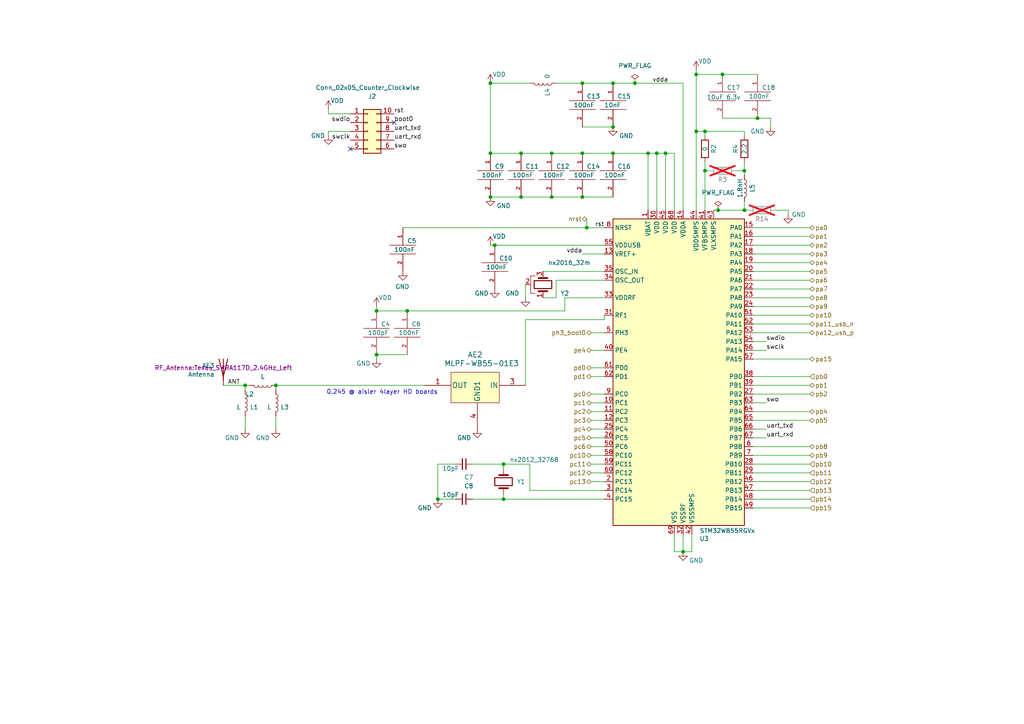
<source format=kicad_sch>
(kicad_sch (version 20231120) (generator "eeschema") (generator_version "8.0")
  (paper "A4")
  (title_block (date "2024-10-14") (rev "1.0.0") (company "ws"))
  (lib_symbols
    (symbol "Connector_Generic:Conn_02x05_Counter_Clockwise" (pin_names (offset 1.016) hide)
      (property "Reference" "J" (at 1.27 7.62 0))
      (property "Value" "Conn_02x05_Counter_Clockwise" (at 1.27 -7.62 0))
      (symbol "Conn_02x05_Counter_Clockwise_1_1"
        (rectangle (start -1.27 -4.953) (end 0 -5.207) (stroke (width 0.1524)))
        (rectangle (start -1.27 -2.413) (end 0 -2.667) (stroke (width 0.1524)))
        (rectangle (start -1.27 0.127) (end 0 -0.127) (stroke (width 0.1524)))
        (rectangle (start -1.27 2.667) (end 0 2.413) (stroke (width 0.1524)))
        (rectangle (start -1.27 5.207) (end 0 4.953) (stroke (width 0.1524)))
        (rectangle (start -1.27 6.35) (end 3.81 -6.35) (stroke (width 0.254)) (fill (type background)))
        (rectangle (start 3.81 -4.953) (end 2.54 -5.207) (stroke (width 0.1524)))
        (rectangle (start 3.81 -2.413) (end 2.54 -2.667) (stroke (width 0.1524)))
        (rectangle (start 3.81 0.127) (end 2.54 -0.127) (stroke (width 0.1524)))
        (rectangle (start 3.81 2.667) (end 2.54 2.413) (stroke (width 0.1524)))
        (rectangle (start 3.81 5.207) (end 2.54 4.953) (stroke (width 0.1524)))
        (pin passive line (at -5.08 5.08 0) (length 3.81) (name "Pin_1") (number "1"))
        (pin passive line (at 7.62 5.08 180) (length 3.81) (name "Pin_10") (number "10"))
        (pin passive line (at -5.08 2.54 0) (length 3.81) (name "Pin_2") (number "2"))
        (pin passive line (at -5.08 0 0) (length 3.81) (name "Pin_3") (number "3"))
        (pin passive line (at -5.08 -2.54 0) (length 3.81) (name "Pin_4") (number "4"))
        (pin passive line (at -5.08 -5.08 0) (length 3.81) (name "Pin_5") (number "5"))
        (pin passive line (at 7.62 -5.08 180) (length 3.81) (name "Pin_6") (number "6"))
        (pin passive line (at 7.62 -2.54 180) (length 3.81) (name "Pin_7") (number "7"))
        (pin passive line (at 7.62 0 180) (length 3.81) (name "Pin_8") (number "8"))
        (pin passive line (at 7.62 2.54 180) (length 3.81) (name "Pin_9") (number "9"))
      )
    )
    (symbol "Device:Antenna" (pin_numbers hide) (pin_names (offset 1.016) hide)
      (property "Reference" "AE" (at -1.905 1.905 0))
      (property "Value" "Antenna" (at -1.905 0 0))
      (symbol "Antenna_0_1"
        (polyline (pts (xy 0 2.54) (xy 0 -3.81)) (stroke (width 0.254)))
        (polyline (pts (xy 1.27 2.54) (xy 0 -2.54) (xy -1.27 2.54)) (stroke (width 0.254)))
      )
      (symbol "Antenna_1_1"
        (pin input line (at 0 -5.08 90) (length 2.54) (name "A") (number "1"))
      )
    )
    (symbol "Device:C_Small" (pin_numbers hide) (pin_names (offset 0.254) hide)
      (property "Reference" "C" (at 0.254 1.778 0))
      (property "Value" "C_Small" (at 0.254 -2.032 0))
      (symbol "C_Small_0_1"
        (polyline (pts (xy -1.524 -0.508) (xy 1.524 -0.508)) (stroke (width 0.3302)))
        (polyline (pts (xy -1.524 0.508) (xy 1.524 0.508)) (stroke (width 0.3048)))
      )
      (symbol "C_Small_1_1"
        (pin passive line (at 0 2.54 270) (length 2.032) (name "~") (number "1"))
        (pin passive line (at 0 -2.54 90) (length 2.032) (name "~") (number "2"))
      )
    )
    (symbol "Device:Crystal" (pin_numbers hide) (pin_names (offset 1.016) hide)
      (property "Reference" "Y" (at 0 3.81 0))
      (property "Value" "Crystal" (at 0 -3.81 0))
      (symbol "Crystal_0_1"
        (rectangle (start -1.143 2.54) (end 1.143 -2.54) (stroke (width 0.3048)))
        (polyline (pts (xy -2.54 0) (xy -1.905 0)))
        (polyline (pts (xy -1.905 -1.27) (xy -1.905 1.27)) (stroke (width 0.508)))
        (polyline (pts (xy 1.905 -1.27) (xy 1.905 1.27)) (stroke (width 0.508)))
        (polyline (pts (xy 2.54 0) (xy 1.905 0)))
      )
      (symbol "Crystal_1_1"
        (pin passive line (at -3.81 0 0) (length 1.27) (name "1") (number "1"))
        (pin passive line (at 3.81 0 180) (length 1.27) (name "2") (number "2"))
      )
    )
    (symbol "Device:Crystal_GND2" (pin_names (offset 1.016) hide)
      (property "Reference" "Y" (at 0 5.715 0))
      (property "Value" "Crystal_GND2" (at 0 3.81 0))
      (symbol "Crystal_GND2_0_1"
        (rectangle (start -1.143 2.54) (end 1.143 -2.54) (stroke (width 0.3048)))
        (polyline (pts (xy -2.54 0) (xy -1.905 0)))
        (polyline (pts (xy -1.905 -1.27) (xy -1.905 1.27)) (stroke (width 0.508)))
        (polyline (pts (xy 0 -3.81) (xy 0 -3.556)))
        (polyline (pts (xy 1.905 0) (xy 2.54 0)))
        (polyline (pts (xy 1.905 1.27) (xy 1.905 -1.27)) (stroke (width 0.508)))
        (polyline (pts (xy -2.54 -2.286) (xy -2.54 -3.556) (xy 2.54 -3.556) (xy 2.54 -2.286)))
      )
      (symbol "Crystal_GND2_1_1"
        (pin passive line (at -3.81 0 0) (length 1.27) (name "1") (number "1"))
        (pin passive line (at 0 -5.08 90) (length 1.27) (name "2") (number "2"))
        (pin passive line (at 3.81 0 180) (length 1.27) (name "3") (number "3"))
      )
    )
    (symbol "Device:L" (pin_numbers hide) (pin_names (offset 1.016) hide)
      (property "Reference" "L" (at -1.27 0 90))
      (property "Value" "L" (at 1.905 0 90))
      (symbol "L_0_1"
        (arc (start 0 -2.54) (mid 0.6323 -1.905) (end 0 -1.27))
        (arc (start 0 -1.27) (mid 0.6323 -0.635) (end 0 0))
        (arc (start 0 0) (mid 0.6323 0.635) (end 0 1.27))
        (arc (start 0 1.27) (mid 0.6323 1.905) (end 0 2.54))
      )
      (symbol "L_1_1"
        (pin passive line (at 0 3.81 270) (length 1.27) (name "1") (number "1"))
        (pin passive line (at 0 -3.81 90) (length 1.27) (name "2") (number "2"))
      )
    )
    (symbol "Device:R" (pin_numbers hide) (pin_names (offset 0))
      (property "Reference" "R" (at 2.032 0 90))
      (property "Value" "R" (at 0 0 90))
      (symbol "R_0_1"
        (rectangle (start -1.016 -2.54) (end 1.016 2.54) (stroke (width 0.254)))
      )
      (symbol "R_1_1"
        (pin passive line (at 0 3.81 270) (length 1.27) (name "~") (number "1"))
        (pin passive line (at 0 -3.81 90) (length 1.27) (name "~") (number "2"))
      )
    )
    (symbol "MCU_ST_STM32WB:STM32WB55RGVx"
      (property "Reference" "U10" (at 7.2741 -46.99 0))
      (property "Value" "STM32WB55RGVx" (at 7.2741 -48.26 0))
      (symbol "STM32WB55RGVx_0_1"
        (rectangle (start -17.78 45.72) (end 20.32 -43.18) (stroke (width 0.254)) (fill (type background)))
      )
      (symbol "STM32WB55RGVx_1_1"
        (pin power_in line (at -7.62 48.26 270) (length 2.54) (name "VBAT") (number "1"))
        (pin bidirectional line (at -20.32 -7.62 0) (length 2.54) (name "PC1") (number "10"))
        (pin bidirectional line (at -20.32 -10.16 0) (length 2.54) (name "PC2") (number "11"))
        (pin bidirectional line (at -20.32 -12.7 0) (length 2.54) (name "PC3") (number "12"))
        (pin input line (at -20.32 35.56 0) (length 2.54) (name "VREF+") (number "13"))
        (pin power_in line (at 2.54 48.26 270) (length 2.54) (name "VDDA") (number "14"))
        (pin bidirectional line (at 22.86 43.18 180) (length 2.54) (name "PA0") (number "15"))
        (pin bidirectional line (at 22.86 40.64 180) (length 2.54) (name "PA1") (number "16"))
        (pin bidirectional line (at 22.86 38.1 180) (length 2.54) (name "PA2") (number "17"))
        (pin bidirectional line (at 22.86 35.56 180) (length 2.54) (name "PA3") (number "18"))
        (pin bidirectional line (at 22.86 33.02 180) (length 2.54) (name "PA4") (number "19"))
        (pin bidirectional line (at -20.32 -30.48 0) (length 2.54) (name "PC13") (number "2"))
        (pin bidirectional line (at 22.86 30.48 180) (length 2.54) (name "PA5") (number "20"))
        (pin bidirectional line (at 22.86 27.94 180) (length 2.54) (name "PA6") (number "21"))
        (pin bidirectional line (at 22.86 25.4 180) (length 2.54) (name "PA7") (number "22"))
        (pin bidirectional line (at 22.86 22.86 180) (length 2.54) (name "PA8") (number "23"))
        (pin bidirectional line (at 22.86 20.32 180) (length 2.54) (name "PA9") (number "24"))
        (pin bidirectional line (at -20.32 -15.24 0) (length 2.54) (name "PC4") (number "25"))
        (pin bidirectional line (at -20.32 -17.78 0) (length 2.54) (name "PC5") (number "26"))
        (pin bidirectional line (at 22.86 -5.08 180) (length 2.54) (name "PB2") (number "27"))
        (pin bidirectional line (at 22.86 -25.4 180) (length 2.54) (name "PB10") (number "28"))
        (pin bidirectional line (at 22.86 -27.94 180) (length 2.54) (name "PB11") (number "29"))
        (pin bidirectional line (at -20.32 -33.02 0) (length 2.54) (name "PC14") (number "3"))
        (pin power_in line (at -5.08 48.26 270) (length 2.54) (name "VDD") (number "30"))
        (pin bidirectional line (at -20.32 17.78 0) (length 2.54) (name "RF1") (number "31"))
        (pin power_in line (at 2.54 -45.72 90) (length 2.54) (name "VSSRF") (number "32"))
        (pin power_in line (at -20.32 22.86 0) (length 2.54) (name "VDDRF") (number "33"))
        (pin input line (at -20.32 27.94 0) (length 2.54) (name "OSC_OUT") (number "34"))
        (pin input line (at -20.32 30.48 0) (length 2.54) (name "OSC_IN") (number "35"))
        (pin no_connect line (at -17.78 -43.18 0) (length 2.54) hide (name "AT0") (number "36"))
        (pin no_connect line (at -17.78 -40.64 0) (length 2.54) hide (name "AT1") (number "37"))
        (pin bidirectional line (at 22.86 0 180) (length 2.54) (name "PB0") (number "38"))
        (pin bidirectional line (at 22.86 -2.54 180) (length 2.54) (name "PB1") (number "39"))
        (pin bidirectional line (at -20.32 -35.56 0) (length 2.54) (name "PC15") (number "4"))
        (pin bidirectional line (at -20.32 7.62 0) (length 2.54) (name "PE4") (number "40"))
        (pin input line (at 8.89 48.26 270) (length 2.54) (name "VFBSMPS") (number "41"))
        (pin power_in line (at 5.08 -45.72 90) (length 2.54) (name "VSSSMPS") (number "42"))
        (pin power_in line (at 11.43 48.26 270) (length 2.54) (name "VLXSMPS") (number "43"))
        (pin power_in line (at 6.35 48.26 270) (length 2.54) (name "VDDSMPS") (number "44"))
        (pin power_in line (at -2.54 48.26 270) (length 2.54) (name "VDD") (number "45"))
        (pin bidirectional line (at 22.86 -30.48 180) (length 2.54) (name "PB12") (number "46"))
        (pin bidirectional line (at 22.86 -33.02 180) (length 2.54) (name "PB13") (number "47"))
        (pin bidirectional line (at 22.86 -35.56 180) (length 2.54) (name "PB14") (number "48"))
        (pin bidirectional line (at 22.86 -38.1 180) (length 2.54) (name "PB15") (number "49"))
        (pin bidirectional line (at -20.32 12.7 0) (length 2.54) (name "PH3") (number "5"))
        (pin bidirectional line (at -20.32 -20.32 0) (length 2.54) (name "PC6") (number "50"))
        (pin bidirectional line (at 22.86 17.78 180) (length 2.54) (name "PA10") (number "51"))
        (pin bidirectional line (at 22.86 15.24 180) (length 2.54) (name "PA11") (number "52"))
        (pin bidirectional line (at 22.86 12.7 180) (length 2.54) (name "PA12") (number "53"))
        (pin bidirectional line (at 22.86 10.16 180) (length 2.54) (name "PA13") (number "54"))
        (pin power_in line (at -20.32 38.1 0) (length 2.54) (name "VDDUSB") (number "55"))
        (pin bidirectional line (at 22.86 7.62 180) (length 2.54) (name "PA14") (number "56"))
        (pin bidirectional line (at 22.86 5.08 180) (length 2.54) (name "PA15") (number "57"))
        (pin bidirectional line (at -20.32 -22.86 0) (length 2.54) (name "PC10") (number "58"))
        (pin bidirectional line (at -20.32 -25.4 0) (length 2.54) (name "PC11") (number "59"))
        (pin bidirectional line (at 22.86 -20.32 180) (length 2.54) (name "PB8") (number "6"))
        (pin bidirectional line (at -20.32 -27.94 0) (length 2.54) (name "PC12") (number "60"))
        (pin bidirectional line (at -20.32 2.54 0) (length 2.54) (name "PD0") (number "61"))
        (pin bidirectional line (at -20.32 0 0) (length 2.54) (name "PD1") (number "62"))
        (pin bidirectional line (at 22.86 -7.62 180) (length 2.54) (name "PB3") (number "63"))
        (pin bidirectional line (at 22.86 -10.16 180) (length 2.54) (name "PB4") (number "64"))
        (pin bidirectional line (at 22.86 -12.7 180) (length 2.54) (name "PB5") (number "65"))
        (pin bidirectional line (at 22.86 -15.24 180) (length 2.54) (name "PB6") (number "66"))
        (pin bidirectional line (at 22.86 -17.78 180) (length 2.54) (name "PB7") (number "67"))
        (pin power_in line (at 0 48.26 270) (length 2.54) (name "VDD") (number "68"))
        (pin power_in line (at 0 -45.72 90) (length 2.54) (name "VSS") (number "69"))
        (pin bidirectional line (at 22.86 -22.86 180) (length 2.54) (name "PB9") (number "7"))
        (pin input line (at -20.32 43.18 0) (length 2.54) (name "NRST") (number "8"))
        (pin bidirectional line (at -20.32 -5.08 0) (length 2.54) (name "PC0") (number "9"))
      )
    )
    (symbol "power:GND" (power) (pin_names (offset 0))
      (property "Value" "GND" (at 0 -3.81 0))
      (symbol "GND_0_1"
        (polyline (pts (xy 0 0) (xy 0 -1.27) (xy 1.27 -1.27) (xy 0 -2.54) (xy -1.27 -1.27) (xy 0 -1.27)))
      )
      (symbol "GND_1_1"
        (pin power_in line (at 0 0 270) (length 0) hide (name "GND") (number "1"))
      )
    )
    (symbol "power:PWR_FLAG" (power) (pin_numbers hide) (pin_names (offset 0) hide)
      (property "Value" "PWR_FLAG" (at 0 3.81 0))
      (symbol "PWR_FLAG_0_0"
        (pin power_out line (at 0 0 90) (length 0) (name "~") (number "1"))
      )
      (symbol "PWR_FLAG_0_1"
        (polyline (pts (xy 0 0) (xy 0 1.27) (xy -1.016 1.905) (xy 0 2.54) (xy 1.016 1.905) (xy 0 1.27)))
      )
    )
    (symbol "power:VDD" (power) (pin_names (offset 0))
      (property "Value" "VDD" (at 0 3.81 0))
      (symbol "VDD_0_1"
        (polyline (pts (xy -0.762 1.27) (xy 0 2.54)))
        (polyline (pts (xy 0 0) (xy 0 2.54)))
        (polyline (pts (xy 0 2.54) (xy 0.762 1.27)))
      )
      (symbol "VDD_1_1"
        (pin power_in line (at 0 0 90) (length 0) hide (name "VDD") (number "1"))
      )
    )
    (symbol "pspice:CAP" (pin_names (offset 0.254))
      (property "Reference" "C" (at 2.54 3.81 90))
      (property "Value" "CAP" (at 2.54 -3.81 90))
      (symbol "CAP_0_1"
        (polyline (pts (xy -3.81 -1.27) (xy 3.81 -1.27)))
        (polyline (pts (xy -3.81 1.27) (xy 3.81 1.27)))
      )
      (symbol "CAP_1_1"
        (pin passive line (at 0 6.35 270) (length 5.08) (name "~") (number "1"))
        (pin passive line (at 0 -6.35 90) (length 5.08) (name "~") (number "2"))
      )
    )
    (symbol "wb10_st:MLPF-WB55-01E3" (pin_names (offset 0.254))
      (property "Reference" "AE" (at 20.32 10.16 0))
      (property "Value" "MLPF-WB55-01E3" (at 20.32 7.62 0))
      (symbol "MLPF-WB55-01E3_1_1"
        (rectangle (start 7.62 0) (end 21.59 -8.89) (fill (type background)))
        (pin input line (at 29.21 -3.81 180) (length 7.62) (name "OUT") (number "1"))
        (pin power_in line (at 13.97 -16.51 90) (length 7.62) hide (name "GND4") (number "2"))
        (pin output line (at 0 -3.81 0) (length 7.62) (name "IN") (number "3"))
        (pin power_in line (at 13.97 -16.51 90) (length 7.62) (name "GND1") (number "4"))
        (pin power_in line (at 13.97 -16.51 90) (length 7.62) hide (name "GND2") (number "5"))
        (pin power_in line (at 13.97 -16.51 90) (length 7.62) hide (name "GND3") (number "6"))
      )
    )
  )
  (junction (at 168.91 44.45))
  (junction (at 160.02 57.15))
  (junction (at 168.91 24.13))
  (junction (at 80.01 111.76))
  (junction (at 201.93 38.1))
  (junction (at 151.13 44.45))
  (junction (at 143.51 71.12))
  (junction (at 209.55 21.59))
  (junction (at 187.96 44.45))
  (junction (at 146.05 144.78))
  (junction (at 151.13 57.15))
  (junction (at 142.24 57.15))
  (junction (at 118.11 90.17))
  (junction (at 177.8 24.13))
  (junction (at 109.22 90.17))
  (junction (at 219.71 34.29))
  (junction (at 168.91 57.15))
  (junction (at 142.24 24.13))
  (junction (at 190.5 44.45))
  (junction (at 177.8 36.83))
  (junction (at 160.02 44.45))
  (junction (at 215.9 49.53))
  (junction (at 204.47 38.1))
  (junction (at 71.12 111.76))
  (junction (at 198.12 160.02))
  (junction (at 201.93 21.59))
  (junction (at 146.05 134.62))
  (junction (at 215.9 60.96))
  (junction (at 127 144.78))
  (junction (at 109.22 102.87))
  (junction (at 208.28 60.96))
  (junction (at 193.04 44.45))
  (junction (at 142.24 44.45))
  (junction (at 177.8 44.45))
  (junction (at 184.15 24.13))
  (junction (at 204.47 49.53))
  (junction (at 170.18 66.04))
  (no_connect (at 114.3 35.56))
  (no_connect (at 101.6 43.18))
  (wire (pts (xy 222.25 101.6) (xy 218.44 101.6)))
  (wire (pts (xy 152.4 82.55) (xy 152.4 86.36)))
  (wire (pts (xy 190.5 44.45) (xy 193.04 44.45)))
  (wire (pts (xy 218.44 81.28) (xy 234.95 81.28)))
  (wire (pts (xy 171.45 139.7) (xy 175.26 139.7)))
  (wire (pts (xy 80.01 113.03) (xy 80.01 111.76)))
  (wire (pts (xy 153.67 134.62) (xy 146.05 134.62)))
  (wire (pts (xy 201.93 21.59) (xy 201.93 38.1)))
  (wire (pts (xy 184.15 24.13) (xy 198.12 24.13)))
  (wire (pts (xy 218.44 78.74) (xy 234.95 78.74)))
  (wire (pts (xy 71.12 120.65) (xy 71.12 124.46)))
  (wire (pts (xy 218.44 111.76) (xy 234.95 111.76)))
  (wire (pts (xy 160.02 44.45) (xy 168.91 44.45)))
  (wire (pts (xy 228.6 60.96) (xy 228.6 62.23)))
  (wire (pts (xy 208.28 60.96) (xy 207.01 60.96)))
  (wire (pts (xy 215.9 46.99) (xy 215.9 49.53)))
  (wire (pts (xy 177.8 44.45) (xy 187.96 44.45)))
  (wire (pts (xy 146.05 135.89) (xy 146.05 134.62)))
  (wire (pts (xy 217.17 60.96) (xy 215.9 60.96)))
  (wire (pts (xy 161.29 24.13) (xy 168.91 24.13)))
  (wire (pts (xy 80.01 120.65) (xy 80.01 124.46)))
  (wire (pts (xy 171.45 96.52) (xy 175.26 96.52)))
  (wire (pts (xy 171.45 106.68) (xy 175.26 106.68)))
  (wire (pts (xy 171.45 132.08) (xy 175.26 132.08)))
  (wire (pts (xy 218.44 132.08) (xy 234.95 132.08)))
  (wire (pts (xy 168.91 36.83) (xy 177.8 36.83)))
  (wire (pts (xy 201.93 21.59) (xy 209.55 21.59)))
  (wire (pts (xy 204.47 39.37) (xy 204.47 38.1)))
  (wire (pts (xy 218.44 139.7) (xy 234.95 139.7)))
  (wire (pts (xy 201.93 20.32) (xy 201.93 21.59)))
  (wire (pts (xy 175.26 92.71) (xy 175.26 91.44)))
  (wire (pts (xy 95.25 38.1) (xy 95.25 39.37)))
  (wire (pts (xy 171.45 129.54) (xy 175.26 129.54)))
  (wire (pts (xy 160.02 57.15) (xy 168.91 57.15)))
  (wire (pts (xy 95.25 33.02) (xy 95.25 31.75)))
  (wire (pts (xy 204.47 38.1) (xy 201.93 38.1)))
  (wire (pts (xy 218.44 127) (xy 222.25 127)))
  (wire (pts (xy 72.39 111.76) (xy 71.12 111.76)))
  (wire (pts (xy 109.22 102.87) (xy 118.11 102.87)))
  (wire (pts (xy 171.45 119.38) (xy 175.26 119.38)))
  (wire (pts (xy 201.93 38.1) (xy 201.93 60.96)))
  (wire (pts (xy 116.84 66.04) (xy 170.18 66.04)))
  (wire (pts (xy 175.26 73.66) (xy 168.91 73.66)))
  (wire (pts (xy 200.66 160.02) (xy 198.12 160.02)))
  (wire (pts (xy 198.12 160.02) (xy 195.58 160.02)))
  (wire (pts (xy 101.6 33.02) (xy 95.25 33.02)))
  (wire (pts (xy 209.55 34.29) (xy 219.71 34.29)))
  (wire (pts (xy 187.96 44.45) (xy 187.96 60.96)))
  (wire (pts (xy 146.05 134.62) (xy 137.16 134.62)))
  (wire (pts (xy 143.51 71.12) (xy 175.26 71.12)))
  (wire (pts (xy 224.79 60.96) (xy 228.6 60.96)))
  (wire (pts (xy 218.44 116.84) (xy 222.25 116.84)))
  (wire (pts (xy 218.44 86.36) (xy 234.95 86.36)))
  (wire (pts (xy 151.13 57.15) (xy 160.02 57.15)))
  (wire (pts (xy 171.45 121.92) (xy 175.26 121.92)))
  (wire (pts (xy 109.22 90.17) (xy 118.11 90.17)))
  (wire (pts (xy 218.44 121.92) (xy 234.95 121.92)))
  (wire (pts (xy 71.12 111.76) (xy 64.77 111.76)))
  (wire (pts (xy 215.9 49.53) (xy 215.9 50.8)))
  (wire (pts (xy 215.9 60.96) (xy 208.28 60.96)))
  (wire (pts (xy 161.29 81.28) (xy 175.26 81.28)))
  (wire (pts (xy 218.44 88.9) (xy 234.95 88.9)))
  (wire (pts (xy 218.44 137.16) (xy 234.95 137.16)))
  (wire (pts (xy 218.44 66.04) (xy 234.95 66.04)))
  (wire (pts (xy 163.83 90.17) (xy 163.83 86.36)))
  (wire (pts (xy 157.48 86.36) (xy 161.29 86.36)))
  (wire (pts (xy 142.24 24.13) (xy 153.67 24.13)))
  (wire (pts (xy 218.44 114.3) (xy 234.95 114.3)))
  (wire (pts (xy 171.45 114.3) (xy 175.26 114.3)))
  (wire (pts (xy 218.44 104.14) (xy 234.95 104.14)))
  (wire (pts (xy 213.36 49.53) (xy 215.9 49.53)))
  (wire (pts (xy 200.66 154.94) (xy 200.66 160.02)))
  (wire (pts (xy 218.44 83.82) (xy 234.95 83.82)))
  (wire (pts (xy 161.29 86.36) (xy 161.29 81.28)))
  (wire (pts (xy 80.01 111.76) (xy 123.19 111.76)))
  (wire (pts (xy 168.91 57.15) (xy 177.8 57.15)))
  (wire (pts (xy 187.96 44.45) (xy 190.5 44.45)))
  (wire (pts (xy 171.45 137.16) (xy 175.26 137.16)))
  (wire (pts (xy 170.18 63.5) (xy 170.18 66.04)))
  (wire (pts (xy 168.91 44.45) (xy 177.8 44.45)))
  (wire (pts (xy 218.44 91.44) (xy 234.95 91.44)))
  (wire (pts (xy 171.45 109.22) (xy 175.26 109.22)))
  (wire (pts (xy 101.6 38.1) (xy 95.25 38.1)))
  (wire (pts (xy 218.44 73.66) (xy 234.95 73.66)))
  (wire (pts (xy 215.9 39.37) (xy 215.9 38.1)))
  (wire (pts (xy 218.44 124.46) (xy 222.25 124.46)))
  (wire (pts (xy 142.24 57.15) (xy 151.13 57.15)))
  (wire (pts (xy 142.24 44.45) (xy 151.13 44.45)))
  (wire (pts (xy 152.4 92.71) (xy 152.4 111.76)))
  (wire (pts (xy 146.05 143.51) (xy 146.05 144.78)))
  (wire (pts (xy 118.11 90.17) (xy 163.83 90.17)))
  (wire (pts (xy 168.91 24.13) (xy 177.8 24.13)))
  (wire (pts (xy 170.18 66.04) (xy 175.26 66.04)))
  (wire (pts (xy 171.45 116.84) (xy 175.26 116.84)))
  (wire (pts (xy 218.44 109.22) (xy 234.95 109.22)))
  (wire (pts (xy 71.12 113.03) (xy 71.12 111.76)))
  (wire (pts (xy 218.44 93.98) (xy 234.95 93.98)))
  (wire (pts (xy 222.25 99.06) (xy 218.44 99.06)))
  (wire (pts (xy 218.44 71.12) (xy 234.95 71.12)))
  (wire (pts (xy 146.05 144.78) (xy 137.16 144.78)))
  (wire (pts (xy 152.4 92.71) (xy 175.26 92.71)))
  (wire (pts (xy 171.45 134.62) (xy 175.26 134.62)))
  (wire (pts (xy 151.13 44.45) (xy 160.02 44.45)))
  (wire (pts (xy 198.12 154.94) (xy 198.12 160.02)))
  (wire (pts (xy 218.44 68.58) (xy 234.95 68.58)))
  (wire (pts (xy 218.44 147.32) (xy 234.95 147.32)))
  (wire (pts (xy 195.58 60.96) (xy 195.58 44.45)))
  (wire (pts (xy 146.05 144.78) (xy 175.26 144.78)))
  (wire (pts (xy 177.8 24.13) (xy 184.15 24.13)))
  (wire (pts (xy 190.5 44.45) (xy 190.5 60.96)))
  (wire (pts (xy 132.08 134.62) (xy 127 134.62)))
  (wire (pts (xy 218.44 144.78) (xy 234.95 144.78)))
  (wire (pts (xy 175.26 78.74) (xy 157.48 78.74)))
  (wire (pts (xy 193.04 44.45) (xy 195.58 44.45)))
  (wire (pts (xy 171.45 124.46) (xy 175.26 124.46)))
  (wire (pts (xy 223.52 34.29) (xy 223.52 36.83)))
  (wire (pts (xy 171.45 101.6) (xy 175.26 101.6)))
  (wire (pts (xy 109.22 104.14) (xy 109.22 102.87)))
  (wire (pts (xy 215.9 58.42) (xy 215.9 60.96)))
  (wire (pts (xy 218.44 76.2) (xy 234.95 76.2)))
  (wire (pts (xy 204.47 49.53) (xy 205.74 49.53)))
  (wire (pts (xy 223.52 34.29) (xy 219.71 34.29)))
  (wire (pts (xy 163.83 86.36) (xy 175.26 86.36)))
  (wire (pts (xy 153.67 142.24) (xy 153.67 134.62)))
  (wire (pts (xy 142.24 24.13) (xy 142.24 44.45)))
  (wire (pts (xy 127 134.62) (xy 127 144.78)))
  (wire (pts (xy 198.12 24.13) (xy 198.12 60.96)))
  (wire (pts (xy 195.58 160.02) (xy 195.58 154.94)))
  (wire (pts (xy 209.55 21.59) (xy 219.71 21.59)))
  (wire (pts (xy 204.47 46.99) (xy 204.47 49.53)))
  (wire (pts (xy 204.47 49.53) (xy 204.47 60.96)))
  (wire (pts (xy 218.44 134.62) (xy 234.95 134.62)))
  (wire (pts (xy 193.04 44.45) (xy 193.04 60.96)))
  (wire (pts (xy 142.24 71.12) (xy 143.51 71.12)))
  (wire (pts (xy 171.45 127) (xy 175.26 127)))
  (wire (pts (xy 153.67 142.24) (xy 175.26 142.24)))
  (wire (pts (xy 218.44 96.52) (xy 234.95 96.52)))
  (wire (pts (xy 218.44 142.24) (xy 234.95 142.24)))
  (wire (pts (xy 218.44 129.54) (xy 234.95 129.54)))
  (wire (pts (xy 218.44 119.38) (xy 234.95 119.38)))
  (wire (pts (xy 132.08 144.78) (xy 127 144.78)))
  (wire (pts (xy 109.22 88.9) (xy 109.22 90.17)))
  (wire (pts (xy 204.47 38.1) (xy 215.9 38.1)))
  (text "0.245 @ aisler 4layer HD boards\n" (at 127 114.554 0) (effects (font (size 1.27 1.27)) (justify right bottom)))
  (label "swclk" (at 222.25 101.6 0))
  (label "ANT" (at 66.04 111.76 0))
  (label "vdda" (at 168.91 73.66 180))
  (label "swdio" (at 101.6 35.56 180))
  (label "uart_txd" (at 222.25 124.46 0))
  (label "rst" (at 114.3 33.02 0))
  (label "vdda" (at 189.23 24.13 0))
  (label "uart_txd" (at 114.3 38.1 0))
  (label "swo" (at 222.25 116.84 0))
  (label "swo" (at 114.3 43.18 0))
  (label "swclk" (at 101.6 40.64 180))
  (label "rst" (at 175.26 66.04 180))
  (label "swdio" (at 222.25 99.06 0))
  (label "uart_rxd" (at 114.3 40.64 0))
  (label "boot0" (at 114.3 35.56 0))
  (label "uart_rxd" (at 222.25 127 0))
  (hierarchical_label "pb4" (shape bidirectional) (at 234.95 119.38 0))
  (hierarchical_label "pa2" (shape bidirectional) (at 234.95 71.12 0))
  (hierarchical_label "pa0" (shape bidirectional) (at 234.95 66.04 0))
  (hierarchical_label "pa7" (shape bidirectional) (at 234.95 83.82 0))
  (hierarchical_label "pb13" (shape input) (at 234.95 142.24 0))
  (hierarchical_label "pc13" (shape bidirectional) (at 171.45 139.7 180))
  (hierarchical_label "ph3_boot0" (shape bidirectional) (at 171.45 96.52 180))
  (hierarchical_label "pa12_usb_p" (shape bidirectional) (at 234.95 96.52 0))
  (hierarchical_label "pd0" (shape bidirectional) (at 171.45 106.68 180))
  (hierarchical_label "pa1" (shape bidirectional) (at 234.95 68.58 0))
  (hierarchical_label "pb9" (shape bidirectional) (at 234.95 132.08 0))
  (hierarchical_label "pa15" (shape bidirectional) (at 234.95 104.14 0))
  (hierarchical_label "pb5" (shape bidirectional) (at 234.95 121.92 0))
  (hierarchical_label "pa10" (shape bidirectional) (at 234.95 91.44 0))
  (hierarchical_label "pa6" (shape bidirectional) (at 234.95 81.28 0))
  (hierarchical_label "pd1" (shape bidirectional) (at 171.45 109.22 180))
  (hierarchical_label "pc5" (shape bidirectional) (at 171.45 127 180))
  (hierarchical_label "pc11" (shape bidirectional) (at 171.45 134.62 180))
  (hierarchical_label "pa11_usb_n" (shape bidirectional) (at 234.95 93.98 0))
  (hierarchical_label "pc1" (shape bidirectional) (at 171.45 116.84 180))
  (hierarchical_label "pb2" (shape bidirectional) (at 234.95 114.3 0))
  (hierarchical_label "pa4" (shape bidirectional) (at 234.95 76.2 0))
  (hierarchical_label "nrst" (shape bidirectional) (at 170.18 63.5 180))
  (hierarchical_label "pa9" (shape bidirectional) (at 234.95 88.9 0))
  (hierarchical_label "pc4" (shape bidirectional) (at 171.45 124.46 180))
  (hierarchical_label "pb10" (shape input) (at 234.95 134.62 0))
  (hierarchical_label "pc2" (shape bidirectional) (at 171.45 119.38 180))
  (hierarchical_label "pb14" (shape input) (at 234.95 144.78 0))
  (hierarchical_label "pc3" (shape bidirectional) (at 171.45 121.92 180))
  (hierarchical_label "pc0" (shape bidirectional) (at 171.45 114.3 180))
  (hierarchical_label "pb1" (shape bidirectional) (at 234.95 111.76 0))
  (hierarchical_label "pe4" (shape bidirectional) (at 171.45 101.6 180))
  (hierarchical_label "pb11" (shape input) (at 234.95 137.16 0))
  (hierarchical_label "pa8" (shape bidirectional) (at 234.95 86.36 0))
  (hierarchical_label "pc10" (shape bidirectional) (at 171.45 132.08 180))
  (hierarchical_label "pa5" (shape bidirectional) (at 234.95 78.74 0))
  (hierarchical_label "pb0" (shape input) (at 234.95 109.22 0))
  (hierarchical_label "pb12" (shape input) (at 234.95 139.7 0))
  (hierarchical_label "pb8" (shape bidirectional) (at 234.95 129.54 0))
  (hierarchical_label "pa3" (shape bidirectional) (at 234.95 73.66 0))
  (hierarchical_label "pc12" (shape bidirectional) (at 171.45 137.16 180))
  (hierarchical_label "pc6" (shape bidirectional) (at 171.45 129.54 180))
  (hierarchical_label "pb15" (shape input) (at 234.95 147.32 0))
  (symbol (lib_id "pspice:CAP") (at 168.91 30.48 0) (unit 1)
    (property "Reference" "C13" (at 170.18 27.94 0) (effects (justify left)))
    (property "Value" "100nF" (at 166.37 30.48 0) (effects (justify left)))
    (property "Footprint" "Capacitor_SMD:C_0402_1005Metric" (effects (hide yes)))
  )
  (symbol (lib_id "power:GND") (at 142.24 57.15 0) (unit 1)
    (property "Reference" "#PWR0110" (effects (hide yes)))
    (property "Value" "GND" (at 146.05 59.69 0))
  )
  (symbol (lib_id "Device:R") (at 209.55 49.53 90) (mirror x) (unit 1) (dnp yes)
    (property "Reference" "R3" (at 209.55 52.07 90))
    (property "Value" "0" (at 209.55 49.53 90))
    (property "Footprint" "Resistor_SMD:R_0402_1005Metric" (effects (hide yes)))
  )
  (symbol (lib_id "pspice:CAP") (at 143.51 77.47 0) (unit 1)
    (property "Reference" "C10" (at 144.78 74.93 0) (effects (justify left)))
    (property "Value" "100nF" (at 140.97 77.47 0) (effects (justify left)))
    (property "Footprint" "Capacitor_SMD:C_0402_1005Metric" (effects (hide yes)))
  )
  (symbol (lib_id "pspice:CAP") (at 219.71 27.94 0) (unit 1)
    (property "Reference" "C18" (at 220.98 25.4 0) (effects (justify left)))
    (property "Value" "100nF" (at 217.17 27.94 0) (effects (justify left)))
    (property "Footprint" "Capacitor_SMD:C_0402_1005Metric" (effects (hide yes)))
  )
  (symbol (lib_id "power:PWR_FLAG") (at 184.15 24.13 0) (unit 1)
    (property "Reference" "#FLG02" (effects (hide yes)))
    (property "Value" "PWR_FLAG" (at 184.15 19.05 0))
    (property "Description" "Special symbol for telling ERC where power comes from" (effects (hide yes)))
  )
  (symbol (lib_id "power:VDD") (at 142.24 24.13 0) (unit 1)
    (property "Reference" "#PWR0116" (effects (hide yes)))
    (property "Value" "VDD" (at 144.78 21.59 0))
  )
  (symbol (lib_id "power:GND") (at 116.84 78.74 0) (mirror y) (unit 1)
    (property "Reference" "#PWR0115" (effects (hide yes)))
    (property "Value" "GND" (at 116.713 83.1342 0))
  )
  (symbol (lib_id "power:GND") (at 138.43 124.46 0) (mirror y) (unit 1)
    (property "Reference" "#PWR0107" (effects (hide yes)))
    (property "Value" "GND" (at 134.62 127 0))
  )
  (symbol (lib_id "pspice:CAP") (at 142.24 50.8 0) (unit 1)
    (property "Reference" "C9" (at 143.51 48.26 0) (effects (justify left)))
    (property "Value" "100nF" (at 139.7 50.8 0) (effects (justify left)))
    (property "Footprint" "Capacitor_SMD:C_0402_1005Metric" (effects (hide yes)))
  )
  (symbol (lib_id "power:GND") (at 143.51 83.82 0) (unit 1)
    (property "Reference" "#PWR0113" (effects (hide yes)))
    (property "Value" "GND" (at 139.7 85.09 0))
  )
  (symbol (lib_id "power:VDD") (at 109.22 88.9 0) (unit 1)
    (property "Reference" "#PWR0114" (effects (hide yes)))
    (property "Value" "VDD" (at 111.76 86.36 0))
  )
  (symbol (lib_id "power:GND") (at 177.8 36.83 0) (unit 1)
    (property "Reference" "#PWR0105" (effects (hide yes)))
    (property "Value" "GND" (at 181.61 39.37 0))
  )
  (symbol (lib_id "power:GND") (at 223.52 36.83 0) (unit 1)
    (property "Reference" "#PWR0101" (effects (hide yes)))
    (property "Value" "GND" (at 219.71 38.1 0))
  )
  (symbol (lib_id "power:GND") (at 80.01 124.46 0) (mirror y) (unit 1)
    (property "Reference" "#PWR0119" (effects (hide yes)))
    (property "Value" "GND" (at 76.2 127 0))
  )
  (symbol (lib_id "Device:R") (at 204.47 43.18 0) (mirror y) (unit 1)
    (property "Reference" "R2" (at 207.01 43.18 90))
    (property "Value" "0" (at 204.47 43.18 90))
    (property "Footprint" "Resistor_SMD:R_0402_1005Metric" (effects (hide yes)))
  )
  (symbol (lib_id "Connector_Generic:Conn_02x05_Counter_Clockwise") (at 106.68 38.1 0) (unit 1)
    (property "Reference" "J2" (at 107.95 27.94 0))
    (property "Value" "Conn_02x05_Counter_Clockwise" (at 106.68 25.4 0))
    (property "Footprint" "Connector:Tag-Connect_TC2050-IDC-NL_2x05_P1.27mm_Vertical" (effects (hide yes)))
  )
  (symbol (lib_id "Device:Crystal") (at 146.05 139.7 270) (mirror x) (unit 1)
    (property "Reference" "Y1" (at 151.13 139.7 90))
    (property "Value" "nx2012_32768" (at 154.94 133.35 90))
    (property "Footprint" "Crystal:Crystal_SMD_2012-2Pin_2.0x1.2mm" (effects (hide yes)))
  )
  (symbol (lib_id "power:VDD") (at 95.25 31.75 0) (unit 1)
    (property "Reference" "#PWR0111" (effects (hide yes)))
    (property "Value" "VDD" (at 97.79 29.21 0))
  )
  (symbol (lib_id "Device:C_Small") (at 134.62 144.78 270) (mirror x) (unit 1)
    (property "Reference" "C8" (at 134.62 140.97 90) (effects (justify left)))
    (property "Value" "10pF" (at 128.27 143.51 90) (effects (justify left)))
    (property "Footprint" "Capacitor_SMD:C_0402_1005Metric" (effects (hide yes)))
    (property "JLCPCB" "C1547" (effects (hide yes)))
  )
  (symbol (lib_id "pspice:CAP") (at 177.8 50.8 0) (unit 1)
    (property "Reference" "C16" (at 179.07 48.26 0) (effects (justify left)))
    (property "Value" "100nF" (at 175.26 50.8 0) (effects (justify left)))
    (property "Footprint" "Capacitor_SMD:C_0402_1005Metric" (effects (hide yes)))
  )
  (symbol (lib_id "Device:Crystal_GND2") (at 157.48 82.55 270) (mirror x) (unit 1)
    (property "Reference" "Y2" (at 163.83 85.09 90))
    (property "Value" "nx2016_32m" (at 165.1 76.2 90))
    (property "Footprint" "Crystal:Crystal_SMD_2016-4Pin_2.0x1.6mm" (effects (hide yes)))
  )
  (symbol (lib_id "Device:L") (at 157.48 24.13 270) (unit 1)
    (property "Reference" "L4" (at 158.75 27.94 0) (effects (justify right)))
    (property "Value" "0" (at 158.7499 22.86 0) (effects (justify right)))
    (property "Footprint" "Inductor_SMD:L_0402_1005Metric" (effects (hide yes)))
  )
  (symbol (lib_id "power:GND") (at 71.12 124.46 0) (mirror y) (unit 1)
    (property "Reference" "#PWR0120" (effects (hide yes)))
    (property "Value" "GND" (at 67.31 127 0))
  )
  (symbol (lib_id "power:GND") (at 127 144.78 0) (mirror y) (unit 1)
    (property "Reference" "#PWR0106" (effects (hide yes)))
    (property "Value" "GND" (at 123.19 147.32 0))
  )
  (symbol (lib_id "pspice:CAP") (at 168.91 50.8 0) (unit 1)
    (property "Reference" "C14" (at 170.18 48.26 0) (effects (justify left)))
    (property "Value" "100nF" (at 166.37 50.8 0) (effects (justify left)))
    (property "Footprint" "Capacitor_SMD:C_0402_1005Metric" (effects (hide yes)))
  )
  (symbol (lib_id "Device:L") (at 215.9 54.61 0) (unit 1)
    (property "Reference" "L5" (at 218.186 54.61 90))
    (property "Value" "1.8nH" (at 214.63 54.61 90))
    (property "Footprint" "Inductor_SMD:L_0603_1608Metric" (effects (hide yes)))
  )
  (symbol (lib_id "power:PWR_FLAG") (at 208.28 60.96 0) (unit 1)
    (property "Reference" "#FLG05" (effects (hide yes)))
    (property "Value" "PWR_FLAG" (at 208.28 55.88 0))
    (property "Description" "Special symbol for telling ERC where power comes from" (effects (hide yes)))
  )
  (symbol (lib_id "power:GND") (at 95.25 39.37 0) (mirror y) (unit 1)
    (property "Reference" "#PWR0109" (effects (hide yes)))
    (property "Value" "GND" (at 90.17 39.37 0) (effects (justify right)))
  )
  (symbol (lib_id "pspice:CAP") (at 109.22 96.52 0) (unit 1)
    (property "Reference" "C4" (at 110.49 93.98 0) (effects (justify left)))
    (property "Value" "100pF" (at 106.68 96.52 0) (effects (justify left)))
    (property "Footprint" "Capacitor_SMD:C_0402_1005Metric" (effects (hide yes)))
  )
  (symbol (lib_id "MCU_ST_STM32WB:STM32WB55RGVx") (at 195.58 109.22 0) (unit 1)
    (property "Reference" "U3" (at 202.8541 156.21 0) (effects (justify left)))
    (property "Value" "STM32WB55RGVx" (at 202.946 153.924 0) (effects (justify left)))
    (property "Footprint" "Package_DFN_QFN:QFN-68-1EP_8x8mm_P0.4mm_EP6.4x6.4mm" (effects (hide yes)))
    (property "Datasheet" "https://www.st.com/resource/en/datasheet/stm32wb55rg.pdf" (effects (hide yes)))
    (property "Description" "STMicroelectronics Arm Cortex-M4 MCU, 1024KB flash, 256KB RAM, 64 MHz, 1.71-3.6V, 49 GPIO, VFQFPN68" (effects (hide yes)))
  )
  (symbol (lib_id "Device:L") (at 80.01 116.84 0) (mirror x) (unit 1)
    (property "Reference" "L3" (at 83.82 118.11 0) (effects (justify right)))
    (property "Value" "L" (at 78.74 118.1099 0) (effects (justify right)))
    (property "Footprint" "Inductor_SMD:L_0402_1005Metric" (effects (hide yes)))
  )
  (symbol (lib_id "power:VDD") (at 201.93 20.32 0) (unit 1)
    (property "Reference" "#PWR0102" (effects (hide yes)))
    (property "Value" "VDD" (at 204.47 17.78 0))
  )
  (symbol (lib_id "pspice:CAP") (at 118.11 96.52 0) (unit 1)
    (property "Reference" "C6" (at 119.38 93.98 0) (effects (justify left)))
    (property "Value" "100nF" (at 115.57 96.52 0) (effects (justify left)))
    (property "Footprint" "Capacitor_SMD:C_0402_1005Metric" (effects (hide yes)))
  )
  (symbol (lib_id "power:GND") (at 152.4 86.36 0) (mirror y) (unit 1)
    (property "Reference" "#PWR0112" (effects (hide yes)))
    (property "Value" "GND" (at 148.59 85.09 0))
  )
  (symbol (lib_id "power:GND") (at 198.12 160.02 0) (unit 1)
    (property "Reference" "#PWR0104" (effects (hide yes)))
    (property "Value" "GND" (at 201.93 162.56 0))
  )
  (symbol (lib_id "pspice:CAP") (at 177.8 30.48 0) (unit 1)
    (property "Reference" "C15" (at 179.07 27.94 0) (effects (justify left)))
    (property "Value" "10nF" (at 175.26 30.48 0) (effects (justify left)))
    (property "Footprint" "Capacitor_SMD:C_0402_1005Metric" (effects (hide yes)))
  )
  (symbol (lib_id "power:GND") (at 109.22 104.14 0) (unit 1)
    (property "Reference" "#PWR0118" (effects (hide yes)))
    (property "Value" "GND" (at 105.41 105.41 0))
  )
  (symbol (lib_id "pspice:CAP") (at 151.13 50.8 0) (unit 1)
    (property "Reference" "C11" (at 152.4 48.26 0) (effects (justify left)))
    (property "Value" "100nF" (at 148.59 50.8 0) (effects (justify left)))
    (property "Footprint" "Capacitor_SMD:C_0402_1005Metric" (effects (hide yes)))
  )
  (symbol (lib_id "wb10_st:MLPF-WB55-01E3") (at 152.4 107.95 0) (mirror y) (unit 1)
    (property "Reference" "AE2" (at 137.795 102.87 0) (effects (font (size 1.524 1.524))))
    (property "Value" "MLPF-WB55-01E3" (at 139.7 105.41 0) (effects (font (size 1.524 1.524))))
    (property "Footprint" "wb10_st:MLPF-WB55-01E3" (effects (hide yes)))
  )
  (symbol (lib_id "Device:L") (at 71.12 116.84 0) (mirror x) (unit 1)
    (property "Reference" "L1" (at 74.93 118.11 0) (effects (justify right)))
    (property "Value" "L" (at 69.85 118.1099 0) (effects (justify right)))
    (property "Footprint" "Inductor_SMD:L_0402_1005Metric" (effects (hide yes)))
  )
  (symbol (lib_id "Device:R") (at 215.9 43.18 0) (mirror y) (unit 1)
    (property "Reference" "R4" (at 213.36 43.18 90))
    (property "Value" "2.2" (at 215.9 43.18 90))
    (property "Footprint" "Resistor_SMD:R_0402_1005Metric" (effects (hide yes)))
  )
  (symbol (lib_id "pspice:CAP") (at 116.84 72.39 0) (unit 1)
    (property "Reference" "C5" (at 118.11 69.85 0) (effects (justify left)))
    (property "Value" "100nF" (at 114.3 72.39 0) (effects (justify left)))
    (property "Footprint" "Capacitor_SMD:C_0402_1005Metric" (effects (hide yes)))
  )
  (symbol (lib_id "power:VDD") (at 142.24 71.12 0) (unit 1)
    (property "Reference" "#PWR0117" (effects (hide yes)))
    (property "Value" "VDD" (at 144.78 68.58 0))
  )
  (symbol (lib_id "Device:L") (at 76.2 111.76 90) (mirror x) (unit 1)
    (property "Reference" "L2" (at 72.39 114.3 90))
    (property "Value" "L" (at 76.2 109.22 90))
    (property "Footprint" "Inductor_SMD:L_0402_1005Metric" (effects (hide yes)))
  )
  (symbol (lib_id "power:GND") (at 228.6 62.23 0) (unit 1)
    (property "Reference" "#PWR0103" (effects (hide yes)))
    (property "Value" "GND" (at 231.648 62.23 0))
  )
  (symbol (lib_id "pspice:CAP") (at 209.55 27.94 0) (unit 1)
    (property "Reference" "C17" (at 210.82 25.4 0) (effects (justify left)))
    (property "Value" "10uF 6.3v" (at 204.978 28.194 0) (effects (justify left)))
    (property "Footprint" "Capacitor_SMD:C_0603_1608Metric" (effects (hide yes)))
  )
  (symbol (lib_id "Device:C_Small") (at 134.62 134.62 270) (mirror x) (unit 1)
    (property "Reference" "C7" (at 134.62 138.43 90) (effects (justify left)))
    (property "Value" "10pF" (at 128.27 135.89 90) (effects (justify left)))
    (property "Footprint" "Capacitor_SMD:C_0402_1005Metric" (effects (hide yes)))
    (property "JLCPCB" "C1547" (effects (hide yes)))
  )
  (symbol (lib_id "Device:Antenna") (at 64.77 106.68 0) (mirror y) (unit 1)
    (property "Reference" "AE3" (at 62.23 106.0449 0) (effects (justify left)))
    (property "Value" "Antenna" (at 62.23 108.5849 0) (effects (justify left)))
    (property "Footprint" "RF_Antenna:Texas_SWRA117D_2.4GHz_Left" (at 64.77 106.68 0))
  )
  (symbol (lib_id "pspice:CAP") (at 160.02 50.8 0) (unit 1)
    (property "Reference" "C12" (at 161.29 48.26 0) (effects (justify left)))
    (property "Value" "100nF" (at 157.48 50.8 0) (effects (justify left)))
    (property "Footprint" "Capacitor_SMD:C_0402_1005Metric" (effects (hide yes)))
  )
  (symbol (lib_id "Device:R") (at 220.98 60.96 90) (mirror x) (unit 1) (dnp yes)
    (property "Reference" "R14" (at 220.98 63.5 90))
    (property "Value" "0" (at 220.98 60.96 90))
    (property "Footprint" "Resistor_SMD:R_0402_1005Metric" (effects (hide yes)))
  )
)
</source>
